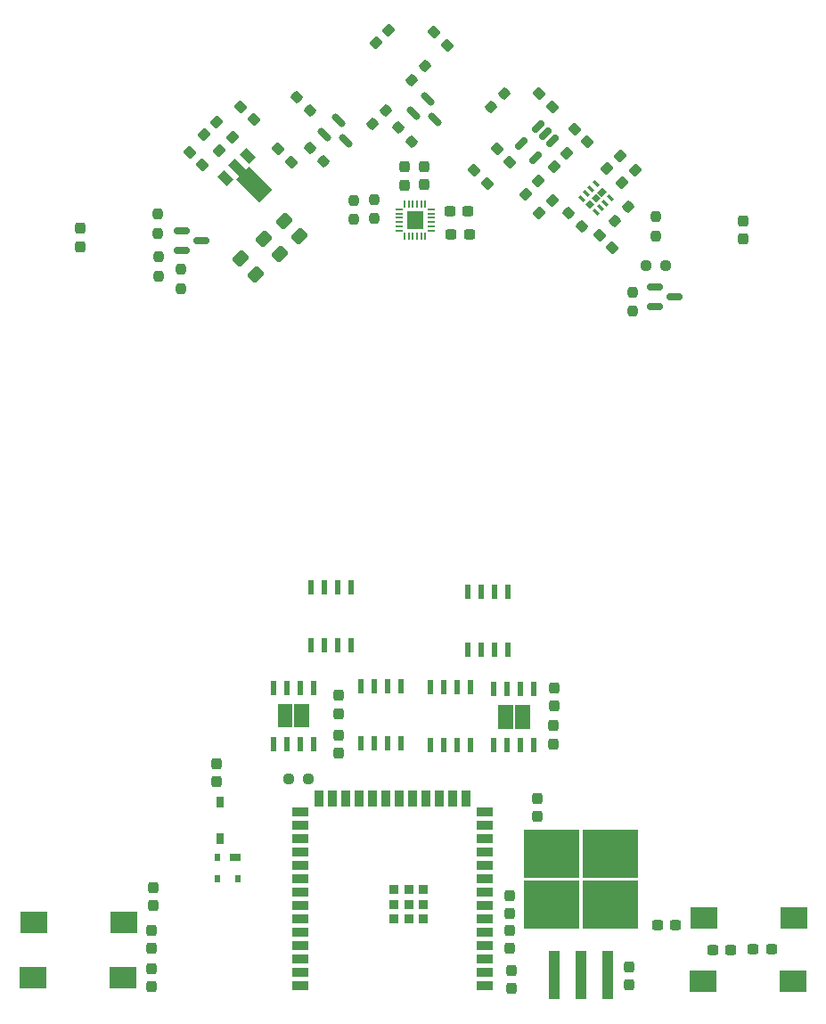
<source format=gtp>
%TF.GenerationSoftware,KiCad,Pcbnew,7.0.9*%
%TF.CreationDate,2024-01-15T17:26:04-08:00*%
%TF.ProjectId,mercury_2ir,6d657263-7572-4795-9f32-69722e6b6963,rev?*%
%TF.SameCoordinates,Original*%
%TF.FileFunction,Paste,Top*%
%TF.FilePolarity,Positive*%
%FSLAX46Y46*%
G04 Gerber Fmt 4.6, Leading zero omitted, Abs format (unit mm)*
G04 Created by KiCad (PCBNEW 7.0.9) date 2024-01-15 17:26:04*
%MOMM*%
%LPD*%
G01*
G04 APERTURE LIST*
G04 Aperture macros list*
%AMRoundRect*
0 Rectangle with rounded corners*
0 $1 Rounding radius*
0 $2 $3 $4 $5 $6 $7 $8 $9 X,Y pos of 4 corners*
0 Add a 4 corners polygon primitive as box body*
4,1,4,$2,$3,$4,$5,$6,$7,$8,$9,$2,$3,0*
0 Add four circle primitives for the rounded corners*
1,1,$1+$1,$2,$3*
1,1,$1+$1,$4,$5*
1,1,$1+$1,$6,$7*
1,1,$1+$1,$8,$9*
0 Add four rect primitives between the rounded corners*
20,1,$1+$1,$2,$3,$4,$5,0*
20,1,$1+$1,$4,$5,$6,$7,0*
20,1,$1+$1,$6,$7,$8,$9,0*
20,1,$1+$1,$8,$9,$2,$3,0*%
%AMRotRect*
0 Rectangle, with rotation*
0 The origin of the aperture is its center*
0 $1 length*
0 $2 width*
0 $3 Rotation angle, in degrees counterclockwise*
0 Add horizontal line*
21,1,$1,$2,0,0,$3*%
%AMFreePoly0*
4,1,9,3.862500,-0.866500,0.737500,-0.866500,0.737500,-0.450000,-0.737500,-0.450000,-0.737500,0.450000,0.737500,0.450000,0.737500,0.866500,3.862500,0.866500,3.862500,-0.866500,3.862500,-0.866500,$1*%
G04 Aperture macros list end*
%ADD10RoundRect,0.237500X-0.250000X-0.237500X0.250000X-0.237500X0.250000X0.237500X-0.250000X0.237500X0*%
%ADD11RoundRect,0.237500X-0.237500X0.300000X-0.237500X-0.300000X0.237500X-0.300000X0.237500X0.300000X0*%
%ADD12RoundRect,0.237500X-0.044194X-0.380070X0.380070X0.044194X0.044194X0.380070X-0.380070X-0.044194X0*%
%ADD13R,1.100000X4.600000*%
%ADD14R,5.250000X4.550000*%
%ADD15RoundRect,0.250000X-0.548008X-0.088388X-0.088388X-0.548008X0.548008X0.088388X0.088388X0.548008X0*%
%ADD16RoundRect,0.237500X0.237500X-0.300000X0.237500X0.300000X-0.237500X0.300000X-0.237500X-0.300000X0*%
%ADD17R,0.558800X1.460500*%
%ADD18R,2.500000X2.000000*%
%ADD19R,1.000000X0.700000*%
%ADD20R,0.600000X0.700000*%
%ADD21RoundRect,0.237500X0.300000X0.237500X-0.300000X0.237500X-0.300000X-0.237500X0.300000X-0.237500X0*%
%ADD22RoundRect,0.237500X-0.371231X0.035355X0.035355X-0.371231X0.371231X-0.035355X-0.035355X0.371231X0*%
%ADD23RoundRect,0.237500X0.044194X0.380070X-0.380070X-0.044194X-0.044194X-0.380070X0.380070X0.044194X0*%
%ADD24R,1.498600X0.889000*%
%ADD25R,0.889000X1.498600*%
%ADD26R,0.889000X0.889000*%
%ADD27RoundRect,0.237500X-0.237500X0.250000X-0.237500X-0.250000X0.237500X-0.250000X0.237500X0.250000X0*%
%ADD28RoundRect,0.150000X0.256326X0.468458X-0.468458X-0.256326X-0.256326X-0.468458X0.468458X0.256326X0*%
%ADD29RoundRect,0.237500X-0.344715X0.008839X0.008839X-0.344715X0.344715X-0.008839X-0.008839X0.344715X0*%
%ADD30RoundRect,0.150000X-0.521491X0.309359X0.309359X-0.521491X0.521491X-0.309359X-0.309359X0.521491X0*%
%ADD31RoundRect,0.237500X0.237500X-0.250000X0.237500X0.250000X-0.237500X0.250000X-0.237500X-0.250000X0*%
%ADD32RoundRect,0.237500X0.344715X-0.008839X-0.008839X0.344715X-0.344715X0.008839X0.008839X-0.344715X0*%
%ADD33RoundRect,0.237500X-0.380070X0.044194X0.044194X-0.380070X0.380070X-0.044194X-0.044194X0.380070X0*%
%ADD34R,0.482600X1.371600*%
%ADD35RoundRect,0.237500X0.250000X0.237500X-0.250000X0.237500X-0.250000X-0.237500X0.250000X-0.237500X0*%
%ADD36RoundRect,0.237500X0.380070X-0.044194X-0.044194X0.380070X-0.380070X0.044194X0.044194X-0.380070X0*%
%ADD37RoundRect,0.237500X-0.008839X-0.344715X0.344715X0.008839X0.008839X0.344715X-0.344715X-0.008839X0*%
%ADD38R,0.660400X1.117600*%
%ADD39RotRect,1.300000X0.900000X315.000000*%
%ADD40FreePoly0,315.000000*%
%ADD41RoundRect,0.237500X0.008839X0.344715X-0.344715X-0.008839X-0.008839X-0.344715X0.344715X0.008839X0*%
%ADD42RoundRect,0.237500X-0.035355X-0.371231X0.371231X0.035355X0.035355X0.371231X-0.371231X-0.035355X0*%
%ADD43RoundRect,0.237500X0.371231X-0.035355X-0.035355X0.371231X-0.371231X0.035355X0.035355X-0.371231X0*%
%ADD44RoundRect,0.237500X-0.300000X-0.237500X0.300000X-0.237500X0.300000X0.237500X-0.300000X0.237500X0*%
%ADD45RoundRect,0.150000X-0.587500X-0.150000X0.587500X-0.150000X0.587500X0.150000X-0.587500X0.150000X0*%
%ADD46RotRect,0.599999X0.299999X135.000000*%
%ADD47R,0.203200X0.660400*%
%ADD48R,0.660400X0.203200*%
%ADD49R,1.600200X1.752600*%
G04 APERTURE END LIST*
%TO.C,U11*%
G36*
X138325200Y-132431500D02*
G01*
X136925000Y-132431500D01*
X136925000Y-130218500D01*
X138325200Y-130218500D01*
X138325200Y-132431500D01*
G37*
G36*
X136725000Y-132431500D02*
G01*
X135324800Y-132431500D01*
X135324800Y-130218500D01*
X136725000Y-130218500D01*
X136725000Y-132431500D01*
G37*
%TO.C,U7*%
G36*
X117350200Y-132331500D02*
G01*
X115950000Y-132331500D01*
X115950000Y-130118500D01*
X117350200Y-130118500D01*
X117350200Y-132331500D01*
G37*
G36*
X115750000Y-132331500D02*
G01*
X114349800Y-132331500D01*
X114349800Y-130118500D01*
X115750000Y-130118500D01*
X115750000Y-132331500D01*
G37*
%TO.C,U12*%
G36*
X144445366Y-82610393D02*
G01*
X144009317Y-83046442D01*
X143585054Y-82622179D01*
X144021103Y-82186130D01*
X144445366Y-82610393D01*
G37*
G36*
X145022836Y-82032923D02*
G01*
X144586787Y-82468972D01*
X144162524Y-82044709D01*
X144598573Y-81608660D01*
X145022836Y-82032923D01*
G37*
G36*
X145600306Y-81455453D02*
G01*
X145164257Y-81891502D01*
X144739994Y-81467239D01*
X145176043Y-81031190D01*
X145600306Y-81455453D01*
G37*
%TD*%
D10*
%TO.C,R11*%
X115447500Y-137210000D03*
X117272500Y-137210000D03*
%TD*%
D11*
%TO.C,C26*%
X136425000Y-148287500D03*
X136425000Y-150012500D03*
%TD*%
D12*
%TO.C,C16*%
X139210120Y-83439880D03*
X140429880Y-82220120D03*
%TD*%
D13*
%TO.C,U8*%
X145737500Y-155875000D03*
X143197500Y-155875000D03*
X140657500Y-155875000D03*
D14*
X145972500Y-144300000D03*
X140422500Y-144300000D03*
X145972500Y-149150000D03*
X140422500Y-149150000D03*
%TD*%
D15*
%TO.C,D9*%
X110800216Y-87800216D03*
X112249784Y-89249784D03*
%TD*%
D16*
%TO.C,C28*%
X126425000Y-80787500D03*
X126425000Y-79062500D03*
%TD*%
%TO.C,C19*%
X102375000Y-153287500D03*
X102375000Y-151562500D03*
%TD*%
D11*
%TO.C,C42*%
X139060000Y-139077500D03*
X139060000Y-140802500D03*
%TD*%
D17*
%TO.C,U3*%
X122245000Y-133824150D03*
X123515000Y-133824150D03*
X124785000Y-133824150D03*
X126055000Y-133824150D03*
X126055000Y-128375850D03*
X124785000Y-128375850D03*
X123515000Y-128375850D03*
X122245000Y-128375850D03*
%TD*%
D18*
%TO.C,SW3*%
X163380000Y-150450000D03*
X154820000Y-150450000D03*
%TD*%
D17*
%TO.C,U1*%
X136255000Y-119450850D03*
X134985000Y-119450850D03*
X133715000Y-119450850D03*
X132445000Y-119450850D03*
X132445000Y-124899150D03*
X133715000Y-124899150D03*
X134985000Y-124899150D03*
X136255000Y-124899150D03*
%TD*%
D19*
%TO.C,D7*%
X110340000Y-144660000D03*
D20*
X108640000Y-144660000D03*
X108640000Y-146660000D03*
X110540000Y-146660000D03*
%TD*%
D15*
%TO.C,D6*%
X114965216Y-84185216D03*
X116414784Y-85634784D03*
%TD*%
D12*
%TO.C,C45*%
X145657800Y-79248696D03*
X146877560Y-78028936D03*
%TD*%
D21*
%TO.C,C30*%
X132562500Y-85500000D03*
X130837500Y-85500000D03*
%TD*%
D22*
%TO.C,L2*%
X110871282Y-73331282D03*
X112108718Y-74568718D03*
%TD*%
D16*
%TO.C,C25*%
X102500000Y-149232500D03*
X102500000Y-147507500D03*
%TD*%
D21*
%TO.C,C40*%
X152162500Y-151075000D03*
X150437500Y-151075000D03*
%TD*%
D12*
%TO.C,C6*%
X108821186Y-77487266D03*
X110040946Y-76267506D03*
%TD*%
D23*
%TO.C,C10*%
X139134880Y-80415120D03*
X137915120Y-81634880D03*
%TD*%
D24*
%TO.C,U9*%
X134050300Y-156859940D03*
X134050300Y-155589940D03*
X134050300Y-154319940D03*
X134050300Y-153049940D03*
X134050300Y-151779940D03*
X134050300Y-150509940D03*
X134050300Y-149239940D03*
X134050300Y-147969940D03*
X134050300Y-146699940D03*
X134050300Y-145429940D03*
X134050300Y-144159940D03*
X134050300Y-142889940D03*
X134050300Y-141619940D03*
X134050300Y-140349940D03*
D25*
X132285000Y-139100260D03*
X131015000Y-139100260D03*
X129745000Y-139100260D03*
X128475000Y-139100260D03*
X127205000Y-139100260D03*
X125935000Y-139100260D03*
X124665000Y-139100260D03*
X123395000Y-139100260D03*
X122125000Y-139100260D03*
X120855000Y-139100260D03*
X119585000Y-139100260D03*
X118315000Y-139100260D03*
D24*
X116549700Y-140349940D03*
X116549700Y-141619940D03*
X116549700Y-142889940D03*
X116549700Y-144159940D03*
X116549700Y-145429940D03*
X116549700Y-146699940D03*
X116549700Y-147969940D03*
X116549700Y-149239940D03*
X116549700Y-150509940D03*
X116549700Y-151779940D03*
X116549700Y-153049940D03*
X116549700Y-154319940D03*
X116549700Y-155589940D03*
X116549700Y-156859940D03*
D26*
X126801140Y-149140880D03*
X126801140Y-150540420D03*
X128200680Y-150540420D03*
X128200680Y-149140880D03*
X128200680Y-147741340D03*
X126801140Y-147741340D03*
X125401600Y-147741340D03*
X125401600Y-149140880D03*
X125401600Y-150540420D03*
%TD*%
D27*
%TO.C,R16*%
X123575000Y-82137500D03*
X123575000Y-83962500D03*
%TD*%
D28*
%TO.C,U6*%
X140451085Y-76617417D03*
X139779334Y-75945666D03*
X139107583Y-75273915D03*
X137498915Y-76882583D03*
X138842417Y-78226085D03*
%TD*%
D29*
%TO.C,R6*%
X125829765Y-75354765D03*
X127120235Y-76645235D03*
%TD*%
D16*
%TO.C,C35*%
X120125000Y-134762500D03*
X120125000Y-133037500D03*
%TD*%
D30*
%TO.C,Q8*%
X120133839Y-74615336D03*
X118790336Y-75958839D03*
X120787913Y-76612913D03*
%TD*%
D31*
%TO.C,R1*%
X103050000Y-89437500D03*
X103050000Y-87612500D03*
%TD*%
D21*
%TO.C,C14*%
X161262500Y-153350000D03*
X159537500Y-153350000D03*
%TD*%
D32*
%TO.C,R10*%
X117420235Y-73695235D03*
X116129765Y-72404765D03*
%TD*%
D33*
%TO.C,C9*%
X142560120Y-75490120D03*
X143779880Y-76709880D03*
%TD*%
D11*
%TO.C,C23*%
X102375000Y-155212500D03*
X102375000Y-156937500D03*
%TD*%
D16*
%TO.C,C29*%
X128275000Y-80737500D03*
X128275000Y-79012500D03*
%TD*%
D34*
%TO.C,U11*%
X138730000Y-128658000D03*
X137460000Y-128658000D03*
X136190000Y-128658000D03*
X134920000Y-128658000D03*
X134920000Y-133992000D03*
X136190000Y-133992000D03*
X137460000Y-133992000D03*
X138730000Y-133992000D03*
%TD*%
D30*
%TO.C,Q3*%
X128633839Y-72590336D03*
X127290336Y-73933839D03*
X129287913Y-74587913D03*
%TD*%
D35*
%TO.C,R3*%
X151187500Y-88475000D03*
X149362500Y-88475000D03*
%TD*%
D27*
%TO.C,R15*%
X121575000Y-82237500D03*
X121575000Y-84062500D03*
%TD*%
D36*
%TO.C,C3*%
X130459880Y-67509880D03*
X129240120Y-66290120D03*
%TD*%
D37*
%TO.C,R46*%
X146379765Y-84170235D03*
X147670235Y-82879765D03*
%TD*%
D34*
%TO.C,U7*%
X117755000Y-128558000D03*
X116485000Y-128558000D03*
X115215000Y-128558000D03*
X113945000Y-128558000D03*
X113945000Y-133892000D03*
X115215000Y-133892000D03*
X116485000Y-133892000D03*
X117755000Y-133892000D03*
%TD*%
D38*
%TO.C,D8*%
X108860000Y-139398200D03*
X108860000Y-142841800D03*
%TD*%
D12*
%TO.C,C4*%
X123665120Y-67309880D03*
X124884880Y-66090120D03*
%TD*%
D16*
%TO.C,C1*%
X158550000Y-85912500D03*
X158550000Y-84187500D03*
%TD*%
D31*
%TO.C,R8*%
X102987500Y-85387500D03*
X102987500Y-83562500D03*
%TD*%
D16*
%TO.C,C2*%
X95587500Y-86637500D03*
X95587500Y-84912500D03*
%TD*%
D11*
%TO.C,C49*%
X140600000Y-128537500D03*
X140600000Y-130262500D03*
%TD*%
D12*
%TO.C,C44*%
X147107800Y-80573696D03*
X148327560Y-79353936D03*
%TD*%
D39*
%TO.C,U5*%
X111475000Y-78000000D03*
D40*
X110476212Y-79122532D03*
D39*
X109353680Y-80121320D03*
%TD*%
D36*
%TO.C,C5*%
X107190946Y-78887266D03*
X105971186Y-77667506D03*
%TD*%
D21*
%TO.C,C31*%
X132437500Y-83250000D03*
X130712500Y-83250000D03*
%TD*%
D41*
%TO.C,R23*%
X124645235Y-73679765D03*
X123354765Y-74970235D03*
%TD*%
D29*
%TO.C,R45*%
X141979765Y-83454765D03*
X143270235Y-84745235D03*
%TD*%
D42*
%TO.C,L3*%
X140610185Y-79003903D03*
X141847621Y-77766467D03*
%TD*%
D15*
%TO.C,D4*%
X113075216Y-85925216D03*
X114524784Y-87374784D03*
%TD*%
D43*
%TO.C,L1*%
X115618718Y-78593718D03*
X114381282Y-77356282D03*
%TD*%
D44*
%TO.C,C15*%
X155712500Y-153450000D03*
X157437500Y-153450000D03*
%TD*%
D12*
%TO.C,C7*%
X107371186Y-76012266D03*
X108590946Y-74792506D03*
%TD*%
D36*
%TO.C,C13*%
X134249880Y-80619880D03*
X133030120Y-79400120D03*
%TD*%
D16*
%TO.C,C50*%
X140575000Y-133887500D03*
X140575000Y-132162499D03*
%TD*%
D45*
%TO.C,Q2*%
X150212500Y-90450000D03*
X150212500Y-92350000D03*
X152087500Y-91400000D03*
%TD*%
D36*
%TO.C,C12*%
X136429880Y-78589880D03*
X135210120Y-77370120D03*
%TD*%
D18*
%TO.C,SW4*%
X163305000Y-156400000D03*
X154745000Y-156400000D03*
%TD*%
D46*
%TO.C,U12*%
X144575000Y-83400000D03*
X145034620Y-82940380D03*
X145494240Y-82480760D03*
X145953861Y-82021140D03*
X144610356Y-80677635D03*
X144150736Y-81137256D03*
X143691116Y-81596876D03*
X143231496Y-82056496D03*
%TD*%
D16*
%TO.C,C20*%
X136375000Y-153337500D03*
X136375000Y-151612500D03*
%TD*%
D45*
%TO.C,Q1*%
X105212500Y-85100000D03*
X105212500Y-87000000D03*
X107087500Y-86050000D03*
%TD*%
D47*
%TO.C,U10*%
X126400999Y-85624000D03*
X126801001Y-85624000D03*
X127201000Y-85624000D03*
X127601000Y-85624000D03*
X128000999Y-85624000D03*
X128401001Y-85624000D03*
D48*
X128925000Y-85100001D03*
X128925000Y-84699999D03*
X128925000Y-84300000D03*
X128925000Y-83900000D03*
X128925000Y-83500001D03*
X128925000Y-83099999D03*
D47*
X128401001Y-82576000D03*
X128000999Y-82576000D03*
X127601000Y-82576000D03*
X127201000Y-82576000D03*
X126801001Y-82576000D03*
X126400999Y-82576000D03*
D48*
X125877000Y-83099999D03*
X125877000Y-83500001D03*
X125877000Y-83900000D03*
X125877000Y-84300000D03*
X125877000Y-84699999D03*
X125877000Y-85100001D03*
D49*
X127401000Y-84100000D03*
%TD*%
D27*
%TO.C,R4*%
X148125000Y-90962500D03*
X148125000Y-92787500D03*
%TD*%
%TO.C,R2*%
X105170000Y-88807500D03*
X105170000Y-90632500D03*
%TD*%
D36*
%TO.C,C11*%
X140439880Y-73349880D03*
X139220120Y-72130120D03*
%TD*%
D37*
%TO.C,R9*%
X134584765Y-73365235D03*
X135875235Y-72074765D03*
%TD*%
D18*
%TO.C,SW1*%
X91095000Y-156075000D03*
X99655000Y-156075000D03*
%TD*%
D16*
%TO.C,C22*%
X147725000Y-155037500D03*
X147725000Y-156762500D03*
%TD*%
D41*
%TO.C,R5*%
X128395235Y-69504765D03*
X127104765Y-70795235D03*
%TD*%
D31*
%TO.C,R7*%
X150300000Y-85637500D03*
X150300000Y-83812500D03*
%TD*%
D33*
%TO.C,C43*%
X144915120Y-85540120D03*
X146134880Y-86759880D03*
%TD*%
D17*
%TO.C,U4*%
X121300000Y-119025850D03*
X120030000Y-119025850D03*
X118760000Y-119025850D03*
X117490000Y-119025850D03*
X117490000Y-124474150D03*
X118760000Y-124474150D03*
X120030000Y-124474150D03*
X121300000Y-124474150D03*
%TD*%
D18*
%TO.C,SW2*%
X91220000Y-150825000D03*
X99780000Y-150825000D03*
%TD*%
D17*
%TO.C,U2*%
X128840000Y-133973300D03*
X130110000Y-133973300D03*
X131380000Y-133973300D03*
X132650000Y-133973300D03*
X132650000Y-128525000D03*
X131380000Y-128525000D03*
X130110000Y-128525000D03*
X128840000Y-128525000D03*
%TD*%
D16*
%TO.C,C41*%
X108580000Y-137462500D03*
X108580000Y-135737500D03*
%TD*%
D11*
%TO.C,C21*%
X136575000Y-155387500D03*
X136575000Y-157112500D03*
%TD*%
%TO.C,C48*%
X120125000Y-129262500D03*
X120125000Y-130987500D03*
%TD*%
D29*
%TO.C,R22*%
X117454765Y-77279765D03*
X118745235Y-78570235D03*
%TD*%
M02*

</source>
